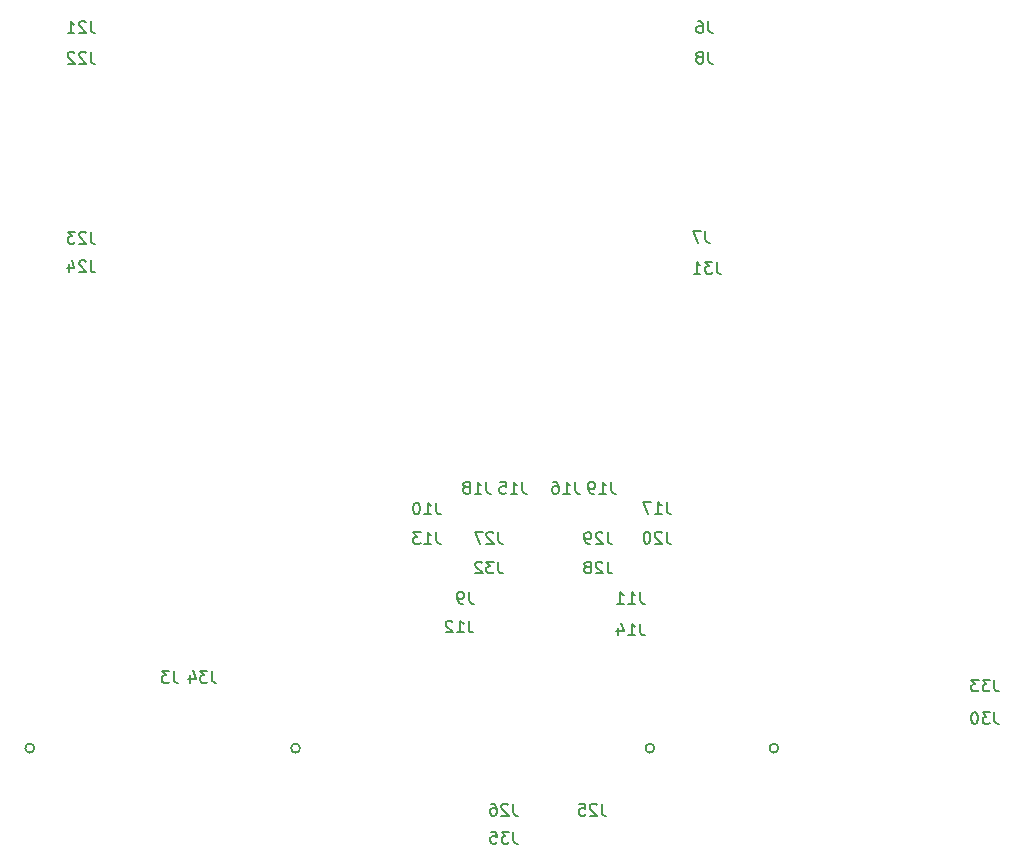
<source format=gbo>
G04 #@! TF.GenerationSoftware,KiCad,Pcbnew,5.1.7-a382d34a8~88~ubuntu20.04.1*
G04 #@! TF.CreationDate,2021-06-18T16:25:46+02:00*
G04 #@! TF.ProjectId,Power,506f7765-722e-46b6-9963-61645f706362,rev?*
G04 #@! TF.SameCoordinates,Original*
G04 #@! TF.FileFunction,Legend,Bot*
G04 #@! TF.FilePolarity,Positive*
%FSLAX46Y46*%
G04 Gerber Fmt 4.6, Leading zero omitted, Abs format (unit mm)*
G04 Created by KiCad (PCBNEW 5.1.7-a382d34a8~88~ubuntu20.04.1) date 2021-06-18 16:25:46*
%MOMM*%
%LPD*%
G01*
G04 APERTURE LIST*
%ADD10C,0.152400*%
%ADD11C,0.150000*%
G04 APERTURE END LIST*
D10*
G04 #@! TO.C,J1*
X49275997Y-127000000D02*
G75*
G03*
X49275997Y-127000000I-381000J0D01*
G01*
G04 #@! TO.C,J2*
X71775997Y-127000000D02*
G75*
G03*
X71775997Y-127000000I-381000J0D01*
G01*
G04 #@! TO.C,J4*
X112275997Y-127000000D02*
G75*
G03*
X112275997Y-127000000I-381000J0D01*
G01*
G04 #@! TO.C,J5*
X101775997Y-127000000D02*
G75*
G03*
X101775997Y-127000000I-381000J0D01*
G01*
G04 #@! TO.C,J35*
D11*
X89836523Y-134072380D02*
X89836523Y-134786666D01*
X89884142Y-134929523D01*
X89979380Y-135024761D01*
X90122238Y-135072380D01*
X90217476Y-135072380D01*
X89455571Y-134072380D02*
X88836523Y-134072380D01*
X89169857Y-134453333D01*
X89027000Y-134453333D01*
X88931761Y-134500952D01*
X88884142Y-134548571D01*
X88836523Y-134643809D01*
X88836523Y-134881904D01*
X88884142Y-134977142D01*
X88931761Y-135024761D01*
X89027000Y-135072380D01*
X89312714Y-135072380D01*
X89407952Y-135024761D01*
X89455571Y-134977142D01*
X87931761Y-134072380D02*
X88407952Y-134072380D01*
X88455571Y-134548571D01*
X88407952Y-134500952D01*
X88312714Y-134453333D01*
X88074619Y-134453333D01*
X87979380Y-134500952D01*
X87931761Y-134548571D01*
X87884142Y-134643809D01*
X87884142Y-134881904D01*
X87931761Y-134977142D01*
X87979380Y-135024761D01*
X88074619Y-135072380D01*
X88312714Y-135072380D01*
X88407952Y-135024761D01*
X88455571Y-134977142D01*
G04 #@! TO.C,J34*
X64309523Y-120452380D02*
X64309523Y-121166666D01*
X64357142Y-121309523D01*
X64452380Y-121404761D01*
X64595238Y-121452380D01*
X64690476Y-121452380D01*
X63928571Y-120452380D02*
X63309523Y-120452380D01*
X63642857Y-120833333D01*
X63500000Y-120833333D01*
X63404761Y-120880952D01*
X63357142Y-120928571D01*
X63309523Y-121023809D01*
X63309523Y-121261904D01*
X63357142Y-121357142D01*
X63404761Y-121404761D01*
X63500000Y-121452380D01*
X63785714Y-121452380D01*
X63880952Y-121404761D01*
X63928571Y-121357142D01*
X62452380Y-120785714D02*
X62452380Y-121452380D01*
X62690476Y-120404761D02*
X62928571Y-121119047D01*
X62309523Y-121119047D01*
G04 #@! TO.C,J3*
X61083333Y-120452380D02*
X61083333Y-121166666D01*
X61130952Y-121309523D01*
X61226190Y-121404761D01*
X61369047Y-121452380D01*
X61464285Y-121452380D01*
X60702380Y-120452380D02*
X60083333Y-120452380D01*
X60416666Y-120833333D01*
X60273809Y-120833333D01*
X60178571Y-120880952D01*
X60130952Y-120928571D01*
X60083333Y-121023809D01*
X60083333Y-121261904D01*
X60130952Y-121357142D01*
X60178571Y-121404761D01*
X60273809Y-121452380D01*
X60559523Y-121452380D01*
X60654761Y-121404761D01*
X60702380Y-121357142D01*
G04 #@! TO.C,J33*
X130559523Y-121202380D02*
X130559523Y-121916666D01*
X130607142Y-122059523D01*
X130702380Y-122154761D01*
X130845238Y-122202380D01*
X130940476Y-122202380D01*
X130178571Y-121202380D02*
X129559523Y-121202380D01*
X129892857Y-121583333D01*
X129750000Y-121583333D01*
X129654761Y-121630952D01*
X129607142Y-121678571D01*
X129559523Y-121773809D01*
X129559523Y-122011904D01*
X129607142Y-122107142D01*
X129654761Y-122154761D01*
X129750000Y-122202380D01*
X130035714Y-122202380D01*
X130130952Y-122154761D01*
X130178571Y-122107142D01*
X129226190Y-121202380D02*
X128607142Y-121202380D01*
X128940476Y-121583333D01*
X128797619Y-121583333D01*
X128702380Y-121630952D01*
X128654761Y-121678571D01*
X128607142Y-121773809D01*
X128607142Y-122011904D01*
X128654761Y-122107142D01*
X128702380Y-122154761D01*
X128797619Y-122202380D01*
X129083333Y-122202380D01*
X129178571Y-122154761D01*
X129226190Y-122107142D01*
G04 #@! TO.C,J30*
X130559523Y-123952380D02*
X130559523Y-124666666D01*
X130607142Y-124809523D01*
X130702380Y-124904761D01*
X130845238Y-124952380D01*
X130940476Y-124952380D01*
X130178571Y-123952380D02*
X129559523Y-123952380D01*
X129892857Y-124333333D01*
X129750000Y-124333333D01*
X129654761Y-124380952D01*
X129607142Y-124428571D01*
X129559523Y-124523809D01*
X129559523Y-124761904D01*
X129607142Y-124857142D01*
X129654761Y-124904761D01*
X129750000Y-124952380D01*
X130035714Y-124952380D01*
X130130952Y-124904761D01*
X130178571Y-124857142D01*
X128940476Y-123952380D02*
X128845238Y-123952380D01*
X128750000Y-124000000D01*
X128702380Y-124047619D01*
X128654761Y-124142857D01*
X128607142Y-124333333D01*
X128607142Y-124571428D01*
X128654761Y-124761904D01*
X128702380Y-124857142D01*
X128750000Y-124904761D01*
X128845238Y-124952380D01*
X128940476Y-124952380D01*
X129035714Y-124904761D01*
X129083333Y-124857142D01*
X129130952Y-124761904D01*
X129178571Y-124571428D01*
X129178571Y-124333333D01*
X129130952Y-124142857D01*
X129083333Y-124047619D01*
X129035714Y-124000000D01*
X128940476Y-123952380D01*
G04 #@! TO.C,J27*
X88559523Y-108672380D02*
X88559523Y-109386666D01*
X88607142Y-109529523D01*
X88702380Y-109624761D01*
X88845238Y-109672380D01*
X88940476Y-109672380D01*
X88130952Y-108767619D02*
X88083333Y-108720000D01*
X87988095Y-108672380D01*
X87750000Y-108672380D01*
X87654761Y-108720000D01*
X87607142Y-108767619D01*
X87559523Y-108862857D01*
X87559523Y-108958095D01*
X87607142Y-109100952D01*
X88178571Y-109672380D01*
X87559523Y-109672380D01*
X87226190Y-108672380D02*
X86559523Y-108672380D01*
X86988095Y-109672380D01*
G04 #@! TO.C,J15*
X90609523Y-104452380D02*
X90609523Y-105166666D01*
X90657142Y-105309523D01*
X90752380Y-105404761D01*
X90895238Y-105452380D01*
X90990476Y-105452380D01*
X89609523Y-105452380D02*
X90180952Y-105452380D01*
X89895238Y-105452380D02*
X89895238Y-104452380D01*
X89990476Y-104595238D01*
X90085714Y-104690476D01*
X90180952Y-104738095D01*
X88704761Y-104452380D02*
X89180952Y-104452380D01*
X89228571Y-104928571D01*
X89180952Y-104880952D01*
X89085714Y-104833333D01*
X88847619Y-104833333D01*
X88752380Y-104880952D01*
X88704761Y-104928571D01*
X88657142Y-105023809D01*
X88657142Y-105261904D01*
X88704761Y-105357142D01*
X88752380Y-105404761D01*
X88847619Y-105452380D01*
X89085714Y-105452380D01*
X89180952Y-105404761D01*
X89228571Y-105357142D01*
G04 #@! TO.C,J32*
X88559523Y-111202380D02*
X88559523Y-111916666D01*
X88607142Y-112059523D01*
X88702380Y-112154761D01*
X88845238Y-112202380D01*
X88940476Y-112202380D01*
X88178571Y-111202380D02*
X87559523Y-111202380D01*
X87892857Y-111583333D01*
X87750000Y-111583333D01*
X87654761Y-111630952D01*
X87607142Y-111678571D01*
X87559523Y-111773809D01*
X87559523Y-112011904D01*
X87607142Y-112107142D01*
X87654761Y-112154761D01*
X87750000Y-112202380D01*
X88035714Y-112202380D01*
X88130952Y-112154761D01*
X88178571Y-112107142D01*
X87178571Y-111297619D02*
X87130952Y-111250000D01*
X87035714Y-111202380D01*
X86797619Y-111202380D01*
X86702380Y-111250000D01*
X86654761Y-111297619D01*
X86607142Y-111392857D01*
X86607142Y-111488095D01*
X86654761Y-111630952D01*
X87226190Y-112202380D01*
X86607142Y-112202380D01*
G04 #@! TO.C,J31*
X107059523Y-85812380D02*
X107059523Y-86526666D01*
X107107142Y-86669523D01*
X107202380Y-86764761D01*
X107345238Y-86812380D01*
X107440476Y-86812380D01*
X106678571Y-85812380D02*
X106059523Y-85812380D01*
X106392857Y-86193333D01*
X106250000Y-86193333D01*
X106154761Y-86240952D01*
X106107142Y-86288571D01*
X106059523Y-86383809D01*
X106059523Y-86621904D01*
X106107142Y-86717142D01*
X106154761Y-86764761D01*
X106250000Y-86812380D01*
X106535714Y-86812380D01*
X106630952Y-86764761D01*
X106678571Y-86717142D01*
X105107142Y-86812380D02*
X105678571Y-86812380D01*
X105392857Y-86812380D02*
X105392857Y-85812380D01*
X105488095Y-85955238D01*
X105583333Y-86050476D01*
X105678571Y-86098095D01*
G04 #@! TO.C,J29*
X97809523Y-108702380D02*
X97809523Y-109416666D01*
X97857142Y-109559523D01*
X97952380Y-109654761D01*
X98095238Y-109702380D01*
X98190476Y-109702380D01*
X97380952Y-108797619D02*
X97333333Y-108750000D01*
X97238095Y-108702380D01*
X97000000Y-108702380D01*
X96904761Y-108750000D01*
X96857142Y-108797619D01*
X96809523Y-108892857D01*
X96809523Y-108988095D01*
X96857142Y-109130952D01*
X97428571Y-109702380D01*
X96809523Y-109702380D01*
X96333333Y-109702380D02*
X96142857Y-109702380D01*
X96047619Y-109654761D01*
X96000000Y-109607142D01*
X95904761Y-109464285D01*
X95857142Y-109273809D01*
X95857142Y-108892857D01*
X95904761Y-108797619D01*
X95952380Y-108750000D01*
X96047619Y-108702380D01*
X96238095Y-108702380D01*
X96333333Y-108750000D01*
X96380952Y-108797619D01*
X96428571Y-108892857D01*
X96428571Y-109130952D01*
X96380952Y-109226190D01*
X96333333Y-109273809D01*
X96238095Y-109321428D01*
X96047619Y-109321428D01*
X95952380Y-109273809D01*
X95904761Y-109226190D01*
X95857142Y-109130952D01*
G04 #@! TO.C,J28*
X97809523Y-111202380D02*
X97809523Y-111916666D01*
X97857142Y-112059523D01*
X97952380Y-112154761D01*
X98095238Y-112202380D01*
X98190476Y-112202380D01*
X97380952Y-111297619D02*
X97333333Y-111250000D01*
X97238095Y-111202380D01*
X97000000Y-111202380D01*
X96904761Y-111250000D01*
X96857142Y-111297619D01*
X96809523Y-111392857D01*
X96809523Y-111488095D01*
X96857142Y-111630952D01*
X97428571Y-112202380D01*
X96809523Y-112202380D01*
X96238095Y-111630952D02*
X96333333Y-111583333D01*
X96380952Y-111535714D01*
X96428571Y-111440476D01*
X96428571Y-111392857D01*
X96380952Y-111297619D01*
X96333333Y-111250000D01*
X96238095Y-111202380D01*
X96047619Y-111202380D01*
X95952380Y-111250000D01*
X95904761Y-111297619D01*
X95857142Y-111392857D01*
X95857142Y-111440476D01*
X95904761Y-111535714D01*
X95952380Y-111583333D01*
X96047619Y-111630952D01*
X96238095Y-111630952D01*
X96333333Y-111678571D01*
X96380952Y-111726190D01*
X96428571Y-111821428D01*
X96428571Y-112011904D01*
X96380952Y-112107142D01*
X96333333Y-112154761D01*
X96238095Y-112202380D01*
X96047619Y-112202380D01*
X95952380Y-112154761D01*
X95904761Y-112107142D01*
X95857142Y-112011904D01*
X95857142Y-111821428D01*
X95904761Y-111726190D01*
X95952380Y-111678571D01*
X96047619Y-111630952D01*
G04 #@! TO.C,J26*
X89809523Y-131702380D02*
X89809523Y-132416666D01*
X89857142Y-132559523D01*
X89952380Y-132654761D01*
X90095238Y-132702380D01*
X90190476Y-132702380D01*
X89380952Y-131797619D02*
X89333333Y-131750000D01*
X89238095Y-131702380D01*
X89000000Y-131702380D01*
X88904761Y-131750000D01*
X88857142Y-131797619D01*
X88809523Y-131892857D01*
X88809523Y-131988095D01*
X88857142Y-132130952D01*
X89428571Y-132702380D01*
X88809523Y-132702380D01*
X87952380Y-131702380D02*
X88142857Y-131702380D01*
X88238095Y-131750000D01*
X88285714Y-131797619D01*
X88380952Y-131940476D01*
X88428571Y-132130952D01*
X88428571Y-132511904D01*
X88380952Y-132607142D01*
X88333333Y-132654761D01*
X88238095Y-132702380D01*
X88047619Y-132702380D01*
X87952380Y-132654761D01*
X87904761Y-132607142D01*
X87857142Y-132511904D01*
X87857142Y-132273809D01*
X87904761Y-132178571D01*
X87952380Y-132130952D01*
X88047619Y-132083333D01*
X88238095Y-132083333D01*
X88333333Y-132130952D01*
X88380952Y-132178571D01*
X88428571Y-132273809D01*
G04 #@! TO.C,J25*
X97309523Y-131702380D02*
X97309523Y-132416666D01*
X97357142Y-132559523D01*
X97452380Y-132654761D01*
X97595238Y-132702380D01*
X97690476Y-132702380D01*
X96880952Y-131797619D02*
X96833333Y-131750000D01*
X96738095Y-131702380D01*
X96500000Y-131702380D01*
X96404761Y-131750000D01*
X96357142Y-131797619D01*
X96309523Y-131892857D01*
X96309523Y-131988095D01*
X96357142Y-132130952D01*
X96928571Y-132702380D01*
X96309523Y-132702380D01*
X95404761Y-131702380D02*
X95880952Y-131702380D01*
X95928571Y-132178571D01*
X95880952Y-132130952D01*
X95785714Y-132083333D01*
X95547619Y-132083333D01*
X95452380Y-132130952D01*
X95404761Y-132178571D01*
X95357142Y-132273809D01*
X95357142Y-132511904D01*
X95404761Y-132607142D01*
X95452380Y-132654761D01*
X95547619Y-132702380D01*
X95785714Y-132702380D01*
X95880952Y-132654761D01*
X95928571Y-132607142D01*
G04 #@! TO.C,J24*
X54059523Y-85702380D02*
X54059523Y-86416666D01*
X54107142Y-86559523D01*
X54202380Y-86654761D01*
X54345238Y-86702380D01*
X54440476Y-86702380D01*
X53630952Y-85797619D02*
X53583333Y-85750000D01*
X53488095Y-85702380D01*
X53250000Y-85702380D01*
X53154761Y-85750000D01*
X53107142Y-85797619D01*
X53059523Y-85892857D01*
X53059523Y-85988095D01*
X53107142Y-86130952D01*
X53678571Y-86702380D01*
X53059523Y-86702380D01*
X52202380Y-86035714D02*
X52202380Y-86702380D01*
X52440476Y-85654761D02*
X52678571Y-86369047D01*
X52059523Y-86369047D01*
G04 #@! TO.C,J23*
X54059523Y-83272380D02*
X54059523Y-83986666D01*
X54107142Y-84129523D01*
X54202380Y-84224761D01*
X54345238Y-84272380D01*
X54440476Y-84272380D01*
X53630952Y-83367619D02*
X53583333Y-83320000D01*
X53488095Y-83272380D01*
X53250000Y-83272380D01*
X53154761Y-83320000D01*
X53107142Y-83367619D01*
X53059523Y-83462857D01*
X53059523Y-83558095D01*
X53107142Y-83700952D01*
X53678571Y-84272380D01*
X53059523Y-84272380D01*
X52726190Y-83272380D02*
X52107142Y-83272380D01*
X52440476Y-83653333D01*
X52297619Y-83653333D01*
X52202380Y-83700952D01*
X52154761Y-83748571D01*
X52107142Y-83843809D01*
X52107142Y-84081904D01*
X52154761Y-84177142D01*
X52202380Y-84224761D01*
X52297619Y-84272380D01*
X52583333Y-84272380D01*
X52678571Y-84224761D01*
X52726190Y-84177142D01*
G04 #@! TO.C,J22*
X54059523Y-68032380D02*
X54059523Y-68746666D01*
X54107142Y-68889523D01*
X54202380Y-68984761D01*
X54345238Y-69032380D01*
X54440476Y-69032380D01*
X53630952Y-68127619D02*
X53583333Y-68080000D01*
X53488095Y-68032380D01*
X53250000Y-68032380D01*
X53154761Y-68080000D01*
X53107142Y-68127619D01*
X53059523Y-68222857D01*
X53059523Y-68318095D01*
X53107142Y-68460952D01*
X53678571Y-69032380D01*
X53059523Y-69032380D01*
X52678571Y-68127619D02*
X52630952Y-68080000D01*
X52535714Y-68032380D01*
X52297619Y-68032380D01*
X52202380Y-68080000D01*
X52154761Y-68127619D01*
X52107142Y-68222857D01*
X52107142Y-68318095D01*
X52154761Y-68460952D01*
X52726190Y-69032380D01*
X52107142Y-69032380D01*
G04 #@! TO.C,J21*
X54059523Y-65452380D02*
X54059523Y-66166666D01*
X54107142Y-66309523D01*
X54202380Y-66404761D01*
X54345238Y-66452380D01*
X54440476Y-66452380D01*
X53630952Y-65547619D02*
X53583333Y-65500000D01*
X53488095Y-65452380D01*
X53250000Y-65452380D01*
X53154761Y-65500000D01*
X53107142Y-65547619D01*
X53059523Y-65642857D01*
X53059523Y-65738095D01*
X53107142Y-65880952D01*
X53678571Y-66452380D01*
X53059523Y-66452380D01*
X52107142Y-66452380D02*
X52678571Y-66452380D01*
X52392857Y-66452380D02*
X52392857Y-65452380D01*
X52488095Y-65595238D01*
X52583333Y-65690476D01*
X52678571Y-65738095D01*
G04 #@! TO.C,J20*
X102809523Y-108672380D02*
X102809523Y-109386666D01*
X102857142Y-109529523D01*
X102952380Y-109624761D01*
X103095238Y-109672380D01*
X103190476Y-109672380D01*
X102380952Y-108767619D02*
X102333333Y-108720000D01*
X102238095Y-108672380D01*
X102000000Y-108672380D01*
X101904761Y-108720000D01*
X101857142Y-108767619D01*
X101809523Y-108862857D01*
X101809523Y-108958095D01*
X101857142Y-109100952D01*
X102428571Y-109672380D01*
X101809523Y-109672380D01*
X101190476Y-108672380D02*
X101095238Y-108672380D01*
X101000000Y-108720000D01*
X100952380Y-108767619D01*
X100904761Y-108862857D01*
X100857142Y-109053333D01*
X100857142Y-109291428D01*
X100904761Y-109481904D01*
X100952380Y-109577142D01*
X101000000Y-109624761D01*
X101095238Y-109672380D01*
X101190476Y-109672380D01*
X101285714Y-109624761D01*
X101333333Y-109577142D01*
X101380952Y-109481904D01*
X101428571Y-109291428D01*
X101428571Y-109053333D01*
X101380952Y-108862857D01*
X101333333Y-108767619D01*
X101285714Y-108720000D01*
X101190476Y-108672380D01*
G04 #@! TO.C,J19*
X98129523Y-104452380D02*
X98129523Y-105166666D01*
X98177142Y-105309523D01*
X98272380Y-105404761D01*
X98415238Y-105452380D01*
X98510476Y-105452380D01*
X97129523Y-105452380D02*
X97700952Y-105452380D01*
X97415238Y-105452380D02*
X97415238Y-104452380D01*
X97510476Y-104595238D01*
X97605714Y-104690476D01*
X97700952Y-104738095D01*
X96653333Y-105452380D02*
X96462857Y-105452380D01*
X96367619Y-105404761D01*
X96320000Y-105357142D01*
X96224761Y-105214285D01*
X96177142Y-105023809D01*
X96177142Y-104642857D01*
X96224761Y-104547619D01*
X96272380Y-104500000D01*
X96367619Y-104452380D01*
X96558095Y-104452380D01*
X96653333Y-104500000D01*
X96700952Y-104547619D01*
X96748571Y-104642857D01*
X96748571Y-104880952D01*
X96700952Y-104976190D01*
X96653333Y-105023809D01*
X96558095Y-105071428D01*
X96367619Y-105071428D01*
X96272380Y-105023809D01*
X96224761Y-104976190D01*
X96177142Y-104880952D01*
G04 #@! TO.C,J18*
X87559523Y-104452380D02*
X87559523Y-105166666D01*
X87607142Y-105309523D01*
X87702380Y-105404761D01*
X87845238Y-105452380D01*
X87940476Y-105452380D01*
X86559523Y-105452380D02*
X87130952Y-105452380D01*
X86845238Y-105452380D02*
X86845238Y-104452380D01*
X86940476Y-104595238D01*
X87035714Y-104690476D01*
X87130952Y-104738095D01*
X85988095Y-104880952D02*
X86083333Y-104833333D01*
X86130952Y-104785714D01*
X86178571Y-104690476D01*
X86178571Y-104642857D01*
X86130952Y-104547619D01*
X86083333Y-104500000D01*
X85988095Y-104452380D01*
X85797619Y-104452380D01*
X85702380Y-104500000D01*
X85654761Y-104547619D01*
X85607142Y-104642857D01*
X85607142Y-104690476D01*
X85654761Y-104785714D01*
X85702380Y-104833333D01*
X85797619Y-104880952D01*
X85988095Y-104880952D01*
X86083333Y-104928571D01*
X86130952Y-104976190D01*
X86178571Y-105071428D01*
X86178571Y-105261904D01*
X86130952Y-105357142D01*
X86083333Y-105404761D01*
X85988095Y-105452380D01*
X85797619Y-105452380D01*
X85702380Y-105404761D01*
X85654761Y-105357142D01*
X85607142Y-105261904D01*
X85607142Y-105071428D01*
X85654761Y-104976190D01*
X85702380Y-104928571D01*
X85797619Y-104880952D01*
G04 #@! TO.C,J17*
X102809523Y-106132380D02*
X102809523Y-106846666D01*
X102857142Y-106989523D01*
X102952380Y-107084761D01*
X103095238Y-107132380D01*
X103190476Y-107132380D01*
X101809523Y-107132380D02*
X102380952Y-107132380D01*
X102095238Y-107132380D02*
X102095238Y-106132380D01*
X102190476Y-106275238D01*
X102285714Y-106370476D01*
X102380952Y-106418095D01*
X101476190Y-106132380D02*
X100809523Y-106132380D01*
X101238095Y-107132380D01*
G04 #@! TO.C,J16*
X95059523Y-104452380D02*
X95059523Y-105166666D01*
X95107142Y-105309523D01*
X95202380Y-105404761D01*
X95345238Y-105452380D01*
X95440476Y-105452380D01*
X94059523Y-105452380D02*
X94630952Y-105452380D01*
X94345238Y-105452380D02*
X94345238Y-104452380D01*
X94440476Y-104595238D01*
X94535714Y-104690476D01*
X94630952Y-104738095D01*
X93202380Y-104452380D02*
X93392857Y-104452380D01*
X93488095Y-104500000D01*
X93535714Y-104547619D01*
X93630952Y-104690476D01*
X93678571Y-104880952D01*
X93678571Y-105261904D01*
X93630952Y-105357142D01*
X93583333Y-105404761D01*
X93488095Y-105452380D01*
X93297619Y-105452380D01*
X93202380Y-105404761D01*
X93154761Y-105357142D01*
X93107142Y-105261904D01*
X93107142Y-105023809D01*
X93154761Y-104928571D01*
X93202380Y-104880952D01*
X93297619Y-104833333D01*
X93488095Y-104833333D01*
X93583333Y-104880952D01*
X93630952Y-104928571D01*
X93678571Y-105023809D01*
G04 #@! TO.C,J14*
X100559523Y-116452380D02*
X100559523Y-117166666D01*
X100607142Y-117309523D01*
X100702380Y-117404761D01*
X100845238Y-117452380D01*
X100940476Y-117452380D01*
X99559523Y-117452380D02*
X100130952Y-117452380D01*
X99845238Y-117452380D02*
X99845238Y-116452380D01*
X99940476Y-116595238D01*
X100035714Y-116690476D01*
X100130952Y-116738095D01*
X98702380Y-116785714D02*
X98702380Y-117452380D01*
X98940476Y-116404761D02*
X99178571Y-117119047D01*
X98559523Y-117119047D01*
G04 #@! TO.C,J13*
X83309523Y-108702380D02*
X83309523Y-109416666D01*
X83357142Y-109559523D01*
X83452380Y-109654761D01*
X83595238Y-109702380D01*
X83690476Y-109702380D01*
X82309523Y-109702380D02*
X82880952Y-109702380D01*
X82595238Y-109702380D02*
X82595238Y-108702380D01*
X82690476Y-108845238D01*
X82785714Y-108940476D01*
X82880952Y-108988095D01*
X81976190Y-108702380D02*
X81357142Y-108702380D01*
X81690476Y-109083333D01*
X81547619Y-109083333D01*
X81452380Y-109130952D01*
X81404761Y-109178571D01*
X81357142Y-109273809D01*
X81357142Y-109511904D01*
X81404761Y-109607142D01*
X81452380Y-109654761D01*
X81547619Y-109702380D01*
X81833333Y-109702380D01*
X81928571Y-109654761D01*
X81976190Y-109607142D01*
G04 #@! TO.C,J12*
X86059523Y-116202380D02*
X86059523Y-116916666D01*
X86107142Y-117059523D01*
X86202380Y-117154761D01*
X86345238Y-117202380D01*
X86440476Y-117202380D01*
X85059523Y-117202380D02*
X85630952Y-117202380D01*
X85345238Y-117202380D02*
X85345238Y-116202380D01*
X85440476Y-116345238D01*
X85535714Y-116440476D01*
X85630952Y-116488095D01*
X84678571Y-116297619D02*
X84630952Y-116250000D01*
X84535714Y-116202380D01*
X84297619Y-116202380D01*
X84202380Y-116250000D01*
X84154761Y-116297619D01*
X84107142Y-116392857D01*
X84107142Y-116488095D01*
X84154761Y-116630952D01*
X84726190Y-117202380D01*
X84107142Y-117202380D01*
G04 #@! TO.C,J11*
X100559523Y-113752380D02*
X100559523Y-114466666D01*
X100607142Y-114609523D01*
X100702380Y-114704761D01*
X100845238Y-114752380D01*
X100940476Y-114752380D01*
X99559523Y-114752380D02*
X100130952Y-114752380D01*
X99845238Y-114752380D02*
X99845238Y-113752380D01*
X99940476Y-113895238D01*
X100035714Y-113990476D01*
X100130952Y-114038095D01*
X98607142Y-114752380D02*
X99178571Y-114752380D01*
X98892857Y-114752380D02*
X98892857Y-113752380D01*
X98988095Y-113895238D01*
X99083333Y-113990476D01*
X99178571Y-114038095D01*
G04 #@! TO.C,J10*
X83309523Y-106202380D02*
X83309523Y-106916666D01*
X83357142Y-107059523D01*
X83452380Y-107154761D01*
X83595238Y-107202380D01*
X83690476Y-107202380D01*
X82309523Y-107202380D02*
X82880952Y-107202380D01*
X82595238Y-107202380D02*
X82595238Y-106202380D01*
X82690476Y-106345238D01*
X82785714Y-106440476D01*
X82880952Y-106488095D01*
X81690476Y-106202380D02*
X81595238Y-106202380D01*
X81500000Y-106250000D01*
X81452380Y-106297619D01*
X81404761Y-106392857D01*
X81357142Y-106583333D01*
X81357142Y-106821428D01*
X81404761Y-107011904D01*
X81452380Y-107107142D01*
X81500000Y-107154761D01*
X81595238Y-107202380D01*
X81690476Y-107202380D01*
X81785714Y-107154761D01*
X81833333Y-107107142D01*
X81880952Y-107011904D01*
X81928571Y-106821428D01*
X81928571Y-106583333D01*
X81880952Y-106392857D01*
X81833333Y-106297619D01*
X81785714Y-106250000D01*
X81690476Y-106202380D01*
G04 #@! TO.C,J9*
X86083333Y-113752380D02*
X86083333Y-114466666D01*
X86130952Y-114609523D01*
X86226190Y-114704761D01*
X86369047Y-114752380D01*
X86464285Y-114752380D01*
X85559523Y-114752380D02*
X85369047Y-114752380D01*
X85273809Y-114704761D01*
X85226190Y-114657142D01*
X85130952Y-114514285D01*
X85083333Y-114323809D01*
X85083333Y-113942857D01*
X85130952Y-113847619D01*
X85178571Y-113800000D01*
X85273809Y-113752380D01*
X85464285Y-113752380D01*
X85559523Y-113800000D01*
X85607142Y-113847619D01*
X85654761Y-113942857D01*
X85654761Y-114180952D01*
X85607142Y-114276190D01*
X85559523Y-114323809D01*
X85464285Y-114371428D01*
X85273809Y-114371428D01*
X85178571Y-114323809D01*
X85130952Y-114276190D01*
X85083333Y-114180952D01*
G04 #@! TO.C,J8*
X106333333Y-68032380D02*
X106333333Y-68746666D01*
X106380952Y-68889523D01*
X106476190Y-68984761D01*
X106619047Y-69032380D01*
X106714285Y-69032380D01*
X105714285Y-68460952D02*
X105809523Y-68413333D01*
X105857142Y-68365714D01*
X105904761Y-68270476D01*
X105904761Y-68222857D01*
X105857142Y-68127619D01*
X105809523Y-68080000D01*
X105714285Y-68032380D01*
X105523809Y-68032380D01*
X105428571Y-68080000D01*
X105380952Y-68127619D01*
X105333333Y-68222857D01*
X105333333Y-68270476D01*
X105380952Y-68365714D01*
X105428571Y-68413333D01*
X105523809Y-68460952D01*
X105714285Y-68460952D01*
X105809523Y-68508571D01*
X105857142Y-68556190D01*
X105904761Y-68651428D01*
X105904761Y-68841904D01*
X105857142Y-68937142D01*
X105809523Y-68984761D01*
X105714285Y-69032380D01*
X105523809Y-69032380D01*
X105428571Y-68984761D01*
X105380952Y-68937142D01*
X105333333Y-68841904D01*
X105333333Y-68651428D01*
X105380952Y-68556190D01*
X105428571Y-68508571D01*
X105523809Y-68460952D01*
G04 #@! TO.C,J7*
X106083333Y-83202380D02*
X106083333Y-83916666D01*
X106130952Y-84059523D01*
X106226190Y-84154761D01*
X106369047Y-84202380D01*
X106464285Y-84202380D01*
X105702380Y-83202380D02*
X105035714Y-83202380D01*
X105464285Y-84202380D01*
G04 #@! TO.C,J6*
X106333333Y-65452380D02*
X106333333Y-66166666D01*
X106380952Y-66309523D01*
X106476190Y-66404761D01*
X106619047Y-66452380D01*
X106714285Y-66452380D01*
X105428571Y-65452380D02*
X105619047Y-65452380D01*
X105714285Y-65500000D01*
X105761904Y-65547619D01*
X105857142Y-65690476D01*
X105904761Y-65880952D01*
X105904761Y-66261904D01*
X105857142Y-66357142D01*
X105809523Y-66404761D01*
X105714285Y-66452380D01*
X105523809Y-66452380D01*
X105428571Y-66404761D01*
X105380952Y-66357142D01*
X105333333Y-66261904D01*
X105333333Y-66023809D01*
X105380952Y-65928571D01*
X105428571Y-65880952D01*
X105523809Y-65833333D01*
X105714285Y-65833333D01*
X105809523Y-65880952D01*
X105857142Y-65928571D01*
X105904761Y-66023809D01*
G04 #@! TD*
M02*

</source>
